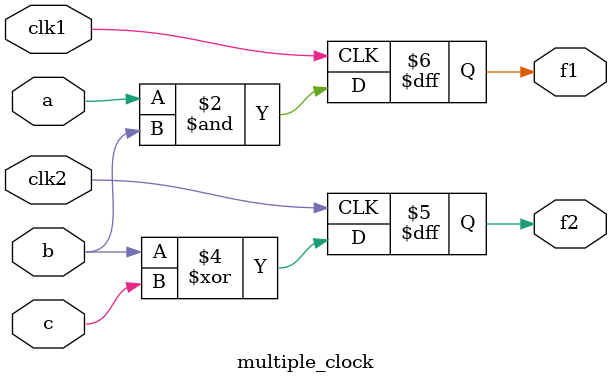
<source format=v>

module multiple_clock(clk1, clk2, a, b, c, f1, f2);
      input clk1, clk2, a, b, c;
      output reg f1, f2;

    always @ (posedge clk1)
      f1 <= a & b;
    always @ (negedge clk2)
      f2 <= b ^ c;
endmodule
</source>
